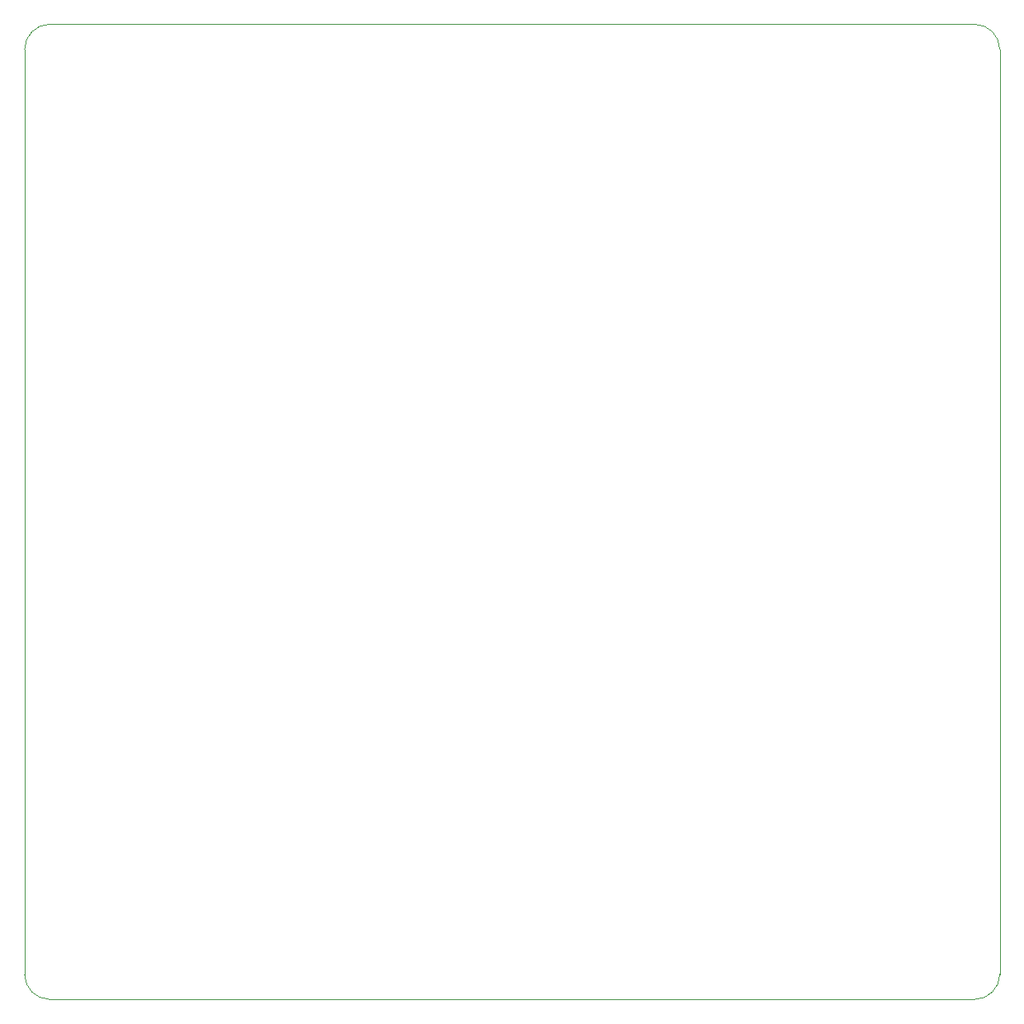
<source format=gko>
G04*
G04 #@! TF.GenerationSoftware,Altium Limited,Altium Designer,21.2.1 (34)*
G04*
G04 Layer_Color=16711935*
%FSLAX25Y25*%
%MOIN*%
G70*
G04*
G04 #@! TF.SameCoordinates,0D780EAB-B6EC-48A9-9064-61573679FFEB*
G04*
G04*
G04 #@! TF.FilePolarity,Positive*
G04*
G01*
G75*
%ADD124C,0.00197*%
%ADD125C,0.00197*%
D124*
X393799Y383701D02*
G03*
X383701Y393799I-10098J0D01*
G01*
Y-99D02*
G03*
X393799Y10000I0J10098D01*
G01*
X10000Y393799D02*
G03*
X9999Y393799I0J-99D01*
G01*
D02*
G03*
X-99Y383701I1J-10098D01*
G01*
X10000Y393799D02*
G03*
X9999Y393799I-0J-10098D01*
G01*
X-99Y10000D02*
G03*
X10000Y-99I10098J0D01*
G01*
X381890Y393799D02*
X383701D01*
X393799Y10000D02*
Y383701D01*
X10000Y393799D02*
X381890Y393799D01*
X-99Y383701D02*
Y383701D01*
Y10000D02*
Y383701D01*
X10000Y-99D02*
X383701D01*
D125*
X10000Y393799D02*
D03*
M02*

</source>
